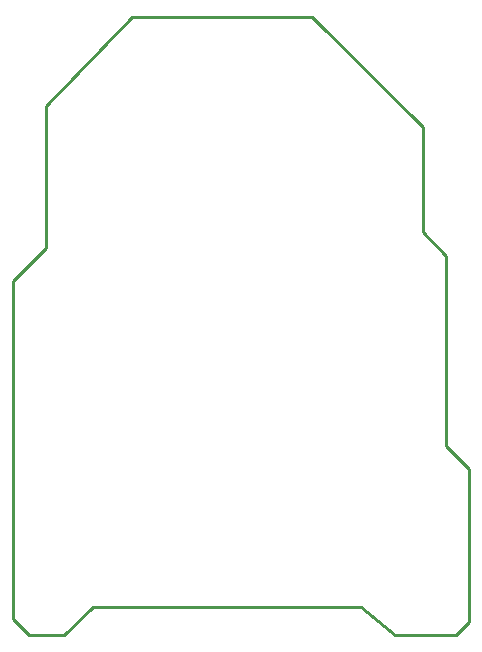
<source format=gko>
G04 Layer: BoardOutlineLayer*
G04 EasyEDA v6.5.22, 2022-12-22 11:17:51*
G04 ce4e8ce13fa74190b801a80eed42a14c,57500b8d1a72451d9db585c8b3981418,10*
G04 Gerber Generator version 0.2*
G04 Scale: 100 percent, Rotated: No, Reflected: No *
G04 Dimensions in inches *
G04 leading zeros omitted , absolute positions ,3 integer and 6 decimal *
%FSLAX36Y36*%
%MOIN*%

%ADD10C,0.0100*%
D10*
X995270Y2059050D02*
G01*
X397640Y2059050D01*
X110239Y1763779D01*
X110239Y1291339D01*
X0Y1181100D01*
X0Y52760D01*
X52760Y0D01*
X169289Y0D01*
X267720Y94490D01*
X1159050Y94490D01*
X1272440Y0D01*
X1475190Y0D01*
X1519680Y44490D01*
X1519680Y552750D01*
X1444090Y628350D01*
X1444090Y1263780D01*
X1366140Y1341730D01*
X1366140Y1692910D01*
X995270Y2059050D01*

%LPD*%
M02*

</source>
